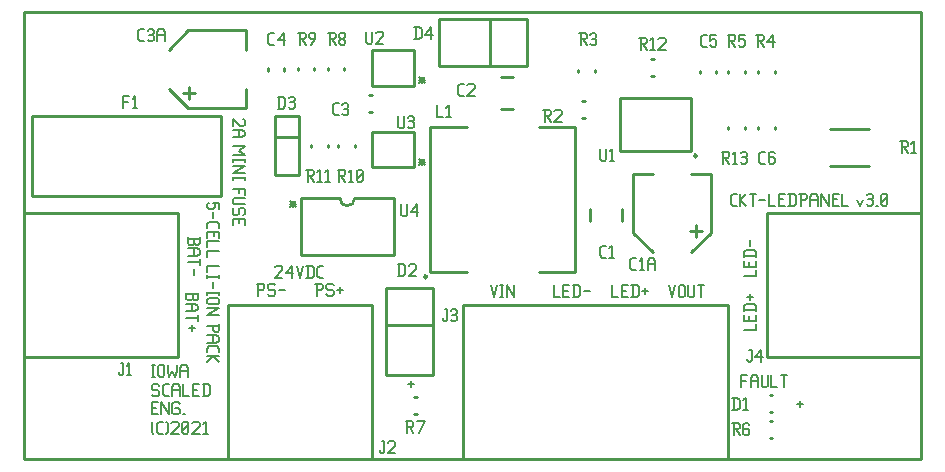
<source format=gbr>
G04 start of page 8 for group -4079 idx -4079 *
G04 Title: (unknown), topsilk *
G04 Creator: pcb 4.0.2 *
G04 CreationDate: Thu Jun 24 15:44:02 2021 UTC *
G04 For: ndholmes *
G04 Format: Gerber/RS-274X *
G04 PCB-Dimensions (mil): 3000.00 1500.00 *
G04 PCB-Coordinate-Origin: lower left *
%MOIN*%
%FSLAX25Y25*%
%LNTOPSILK*%
%ADD46C,0.0080*%
%ADD45C,0.0100*%
G54D45*X500Y149500D02*Y500D01*
X299500Y149500D02*Y500D01*
X500Y149500D02*X299500D01*
Y500D02*X500D01*
G54D46*X128500Y25500D02*X130500D01*
X129500Y26500D02*Y24500D01*
X43000Y32000D02*X44000D01*
X43500D02*Y28000D01*
X43000D02*X44000D01*
X45200Y31500D02*Y28500D01*
Y31500D02*X45700Y32000D01*
X46700D01*
X47200Y31500D01*
Y28500D01*
X46700Y28000D02*X47200Y28500D01*
X45700Y28000D02*X46700D01*
X45200Y28500D02*X45700Y28000D01*
X48400Y32000D02*Y30000D01*
X48900Y28000D01*
X49900Y30000D01*
X50900Y28000D01*
X51400Y30000D01*
Y32000D02*Y30000D01*
X52600Y31000D02*Y28000D01*
Y31000D02*X53300Y32000D01*
X54400D01*
X55100Y31000D01*
Y28000D01*
X52600Y30000D02*X55100D01*
X45000Y25500D02*X45500Y25000D01*
X43500Y25500D02*X45000D01*
X43000Y25000D02*X43500Y25500D01*
X43000Y25000D02*Y24000D01*
X43500Y23500D01*
X45000D01*
X45500Y23000D01*
Y22000D01*
X45000Y21500D02*X45500Y22000D01*
X43500Y21500D02*X45000D01*
X43000Y22000D02*X43500Y21500D01*
X47400D02*X48700D01*
X46700Y22200D02*X47400Y21500D01*
X46700Y24800D02*Y22200D01*
Y24800D02*X47400Y25500D01*
X48700D01*
X49900Y24500D02*Y21500D01*
Y24500D02*X50600Y25500D01*
X51700D01*
X52400Y24500D01*
Y21500D01*
X49900Y23500D02*X52400D01*
X53600Y25500D02*Y21500D01*
X55600D01*
X56800Y23700D02*X58300D01*
X56800Y21500D02*X58800D01*
X56800Y25500D02*Y21500D01*
Y25500D02*X58800D01*
X60500D02*Y21500D01*
X61800Y25500D02*X62500Y24800D01*
Y22200D01*
X61800Y21500D02*X62500Y22200D01*
X60000Y21500D02*X61800D01*
X60000Y25500D02*X61800D01*
X43000Y17700D02*X44500D01*
X43000Y15500D02*X45000D01*
X43000Y19500D02*Y15500D01*
Y19500D02*X45000D01*
X46200D02*Y15500D01*
Y19500D02*X48700Y15500D01*
Y19500D02*Y15500D01*
X51900Y19500D02*X52400Y19000D01*
X50400Y19500D02*X51900D01*
X49900Y19000D02*X50400Y19500D01*
X49900Y19000D02*Y16000D01*
X50400Y15500D01*
X51900D01*
X52400Y16000D01*
Y17000D02*Y16000D01*
X51900Y17500D02*X52400Y17000D01*
X50900Y17500D02*X51900D01*
X53600Y15500D02*X54100D01*
X43000Y9500D02*X43500Y9000D01*
X43000Y12500D02*X43500Y13000D01*
X43000Y12500D02*Y9500D01*
X45400Y9000D02*X46700D01*
X44700Y9700D02*X45400Y9000D01*
X44700Y12300D02*Y9700D01*
Y12300D02*X45400Y13000D01*
X46700D01*
X47900D02*X48400Y12500D01*
Y9500D01*
X47900Y9000D02*X48400Y9500D01*
X49600Y12500D02*X50100Y13000D01*
X51600D01*
X52100Y12500D01*
Y11500D01*
X49600Y9000D02*X52100Y11500D01*
X49600Y9000D02*X52100D01*
X53300Y9500D02*X53800Y9000D01*
X53300Y12500D02*Y9500D01*
Y12500D02*X53800Y13000D01*
X54800D01*
X55300Y12500D01*
Y9500D01*
X54800Y9000D02*X55300Y9500D01*
X53800Y9000D02*X54800D01*
X53300Y10000D02*X55300Y12000D01*
X56500Y12500D02*X57000Y13000D01*
X58500D01*
X59000Y12500D01*
Y11500D01*
X56500Y9000D02*X59000Y11500D01*
X56500Y9000D02*X59000D01*
X60200Y12200D02*X61000Y13000D01*
Y9000D01*
X60200D02*X61700D01*
X73500Y114000D02*X74000Y113500D01*
Y112000D01*
X73500Y111500D01*
X72500D02*X73500D01*
X70000Y114000D02*X72500Y111500D01*
X70000Y114000D02*Y111500D01*
Y110300D02*X73000D01*
X74000Y109600D01*
Y108500D01*
X73000Y107800D01*
X70000D02*X73000D01*
X72000Y110300D02*Y107800D01*
X70000Y104800D02*X74000D01*
X72000Y103300D01*
X74000Y101800D01*
X70000D02*X74000D01*
Y100600D02*Y99600D01*
X70000Y100100D02*X74000D01*
X70000Y100600D02*Y99600D01*
Y98400D02*X74000D01*
X70000Y95900D01*
X74000D01*
Y94700D02*Y93700D01*
X70000Y94200D02*X74000D01*
X70000Y94700D02*Y93700D01*
Y90700D02*X74000D01*
Y88700D01*
X72200Y90700D02*Y89200D01*
X70500Y87500D02*X74000D01*
X70500D02*X70000Y87000D01*
Y86000D01*
X70500Y85500D01*
X74000D01*
Y82300D02*X73500Y81800D01*
X74000Y83800D02*Y82300D01*
X73500Y84300D02*X74000Y83800D01*
X72500Y84300D02*X73500D01*
X72500D02*X72000Y83800D01*
Y82300D01*
X71500Y81800D01*
X70500D02*X71500D01*
X70000Y82300D02*X70500Y81800D01*
X70000Y83800D02*Y82300D01*
X70500Y84300D02*X70000Y83800D01*
X72200Y80600D02*Y79100D01*
X70000Y80600D02*Y78600D01*
Y80600D02*X74000D01*
Y78600D01*
X132250Y128000D02*X134250Y126000D01*
X132250D02*X134250Y128000D01*
X132250Y127000D02*X134250D01*
X133250Y128000D02*Y126000D01*
X132250Y100500D02*X134250Y98500D01*
X132250D02*X134250Y100500D01*
X132250Y99500D02*X134250D01*
X133250Y100500D02*Y98500D01*
X54500Y56000D02*Y54000D01*
X55000Y53500D01*
X56200D01*
X56700Y54000D02*X56200Y53500D01*
X56700Y55500D02*Y54000D01*
X54500Y55500D02*X58500D01*
Y56000D02*Y54000D01*
X58000Y53500D01*
X57200D02*X58000D01*
X56700Y54000D02*X57200Y53500D01*
X54500Y52300D02*X57500D01*
X58500Y51600D01*
Y50500D01*
X57500Y49800D01*
X54500D02*X57500D01*
X56500Y52300D02*Y49800D01*
X58500Y48600D02*Y46600D01*
X54500Y47600D02*X58500D01*
X56500Y45400D02*Y43400D01*
X55500Y44400D02*X57500D01*
X55000Y74500D02*Y72500D01*
X55500Y72000D01*
X56700D01*
X57200Y72500D02*X56700Y72000D01*
X57200Y74000D02*Y72500D01*
X55000Y74000D02*X59000D01*
Y74500D02*Y72500D01*
X58500Y72000D01*
X57700D02*X58500D01*
X57200Y72500D02*X57700Y72000D01*
X55000Y70800D02*X58000D01*
X59000Y70100D01*
Y69000D01*
X58000Y68300D01*
X55000D02*X58000D01*
X57000Y70800D02*Y68300D01*
X59000Y67100D02*Y65100D01*
X55000Y66100D02*X59000D01*
X57000Y63900D02*Y61900D01*
X98000Y59000D02*Y55000D01*
X97500Y59000D02*X99500D01*
X100000Y58500D01*
Y57500D01*
X99500Y57000D02*X100000Y57500D01*
X98000Y57000D02*X99500D01*
X103200Y59000D02*X103700Y58500D01*
X101700Y59000D02*X103200D01*
X101200Y58500D02*X101700Y59000D01*
X101200Y58500D02*Y57500D01*
X101700Y57000D01*
X103200D01*
X103700Y56500D01*
Y55500D01*
X103200Y55000D02*X103700Y55500D01*
X101700Y55000D02*X103200D01*
X101200Y55500D02*X101700Y55000D01*
X104900Y57000D02*X106900D01*
X105900Y58000D02*Y56000D01*
X78500Y59000D02*Y55000D01*
X78000Y59000D02*X80000D01*
X80500Y58500D01*
Y57500D01*
X80000Y57000D02*X80500Y57500D01*
X78500Y57000D02*X80000D01*
X83700Y59000D02*X84200Y58500D01*
X82200Y59000D02*X83700D01*
X81700Y58500D02*X82200Y59000D01*
X81700Y58500D02*Y57500D01*
X82200Y57000D01*
X83700D01*
X84200Y56500D01*
Y55500D01*
X83700Y55000D02*X84200Y55500D01*
X82200Y55000D02*X83700D01*
X81700Y55500D02*X82200Y55000D01*
X85400Y57000D02*X87400D01*
X89000Y86500D02*X91000Y84500D01*
X89000D02*X91000Y86500D01*
X89000Y85500D02*X91000D01*
X90000Y86500D02*Y84500D01*
X84000Y64500D02*X84500Y65000D01*
X86000D01*
X86500Y64500D01*
Y63500D01*
X84000Y61000D02*X86500Y63500D01*
X84000Y61000D02*X86500D01*
X87700Y62500D02*X89700Y65000D01*
X87700Y62500D02*X90200D01*
X89700Y65000D02*Y61000D01*
X91400Y65000D02*X92400Y61000D01*
X93400Y65000D01*
X95100D02*Y61000D01*
X96400Y65000D02*X97100Y64300D01*
Y61700D01*
X96400Y61000D02*X97100Y61700D01*
X94600Y61000D02*X96400D01*
X94600Y65000D02*X96400D01*
X99000Y61000D02*X100300D01*
X98300Y61700D02*X99000Y61000D01*
X98300Y64300D02*Y61700D01*
Y64300D02*X99000Y65000D01*
X100300D01*
X65500Y86000D02*Y84000D01*
X63500Y86000D02*X65500D01*
X63500D02*X64000Y85500D01*
Y84500D01*
X63500Y84000D01*
X62000D02*X63500D01*
X61500Y84500D02*X62000Y84000D01*
X61500Y85500D02*Y84500D01*
X62000Y86000D02*X61500Y85500D01*
X63500Y82800D02*Y80800D01*
X61500Y78900D02*Y77600D01*
X62200Y79600D02*X61500Y78900D01*
X62200Y79600D02*X64800D01*
X65500Y78900D01*
Y77600D01*
X63700Y76400D02*Y74900D01*
X61500Y76400D02*Y74400D01*
Y76400D02*X65500D01*
Y74400D01*
X61500Y73200D02*X65500D01*
X61500D02*Y71200D01*
Y70000D02*X65500D01*
X61500D02*Y68000D01*
Y65000D02*X65500D01*
X61500D02*Y63000D01*
X65500Y61800D02*Y60800D01*
X61500Y61300D02*X65500D01*
X61500Y61800D02*Y60800D01*
X63500Y59600D02*Y57600D01*
X65500Y56400D02*Y55400D01*
X61500Y55900D02*X65500D01*
X61500Y56400D02*Y55400D01*
X62000Y54200D02*X65000D01*
X65500Y53700D01*
Y52700D01*
X65000Y52200D01*
X62000D02*X65000D01*
X61500Y52700D02*X62000Y52200D01*
X61500Y53700D02*Y52700D01*
X62000Y54200D02*X61500Y53700D01*
Y51000D02*X65500D01*
X61500Y48500D01*
X65500D01*
X61500Y45000D02*X65500D01*
Y45500D02*Y43500D01*
X65000Y43000D01*
X64000D02*X65000D01*
X63500Y43500D02*X64000Y43000D01*
X63500Y45000D02*Y43500D01*
X61500Y41800D02*X64500D01*
X65500Y41100D01*
Y40000D01*
X64500Y39300D01*
X61500D02*X64500D01*
X63500Y41800D02*Y39300D01*
X61500Y37400D02*Y36100D01*
X62200Y38100D02*X61500Y37400D01*
X62200Y38100D02*X64800D01*
X65500Y37400D01*
Y36100D01*
X61500Y34900D02*X65500D01*
X63500D02*X65500Y32900D01*
X63500Y34900D02*X61500Y32900D01*
X156000Y58500D02*X157000Y54500D01*
X158000Y58500D01*
X159200D02*X160200D01*
X159700D02*Y54500D01*
X159200D02*X160200D01*
X161400Y58500D02*Y54500D01*
Y58500D02*X163900Y54500D01*
Y58500D02*Y54500D01*
X215500Y58500D02*X216500Y54500D01*
X217500Y58500D01*
X218700Y58000D02*Y55000D01*
Y58000D02*X219200Y58500D01*
X220200D01*
X220700Y58000D01*
Y55000D01*
X220200Y54500D02*X220700Y55000D01*
X219200Y54500D02*X220200D01*
X218700Y55000D02*X219200Y54500D01*
X221900Y58500D02*Y55000D01*
X222400Y54500D01*
X223400D01*
X223900Y55000D01*
Y58500D02*Y55000D01*
X225100Y58500D02*X227100D01*
X226100D02*Y54500D01*
X177000Y58500D02*Y54500D01*
X179000D01*
X180200Y56700D02*X181700D01*
X180200Y54500D02*X182200D01*
X180200Y58500D02*Y54500D01*
Y58500D02*X182200D01*
X183900D02*Y54500D01*
X185200Y58500D02*X185900Y57800D01*
Y55200D01*
X185200Y54500D02*X185900Y55200D01*
X183400Y54500D02*X185200D01*
X183400Y58500D02*X185200D01*
X187100Y56500D02*X189100D01*
X196500Y58500D02*Y54500D01*
X198500D01*
X199700Y56700D02*X201200D01*
X199700Y54500D02*X201700D01*
X199700Y58500D02*Y54500D01*
Y58500D02*X201700D01*
X203400D02*Y54500D01*
X204700Y58500D02*X205400Y57800D01*
Y55200D01*
X204700Y54500D02*X205400Y55200D01*
X202900Y54500D02*X204700D01*
X202900Y58500D02*X204700D01*
X206600Y56500D02*X208600D01*
X207600Y57500D02*Y55500D01*
X240500Y61500D02*X244500D01*
Y63500D02*Y61500D01*
X242300Y66200D02*Y64700D01*
X244500Y66700D02*Y64700D01*
X240500D02*X244500D01*
X240500Y66700D02*Y64700D01*
Y68400D02*X244500D01*
X240500Y69700D02*X241200Y70400D01*
X243800D01*
X244500Y69700D02*X243800Y70400D01*
X244500Y69700D02*Y67900D01*
X240500Y69700D02*Y67900D01*
X242500Y73600D02*Y71600D01*
X258000Y19000D02*X260000D01*
X259000Y20000D02*Y18000D01*
X239500Y28500D02*Y24500D01*
Y28500D02*X241500D01*
X239500Y26700D02*X241000D01*
X242700Y27500D02*Y24500D01*
Y27500D02*X243400Y28500D01*
X244500D01*
X245200Y27500D01*
Y24500D01*
X242700Y26500D02*X245200D01*
X246400Y28500D02*Y25000D01*
X246900Y24500D01*
X247900D01*
X248400Y25000D01*
Y28500D02*Y25000D01*
X249600Y28500D02*Y24500D01*
X251600D01*
X252800Y28500D02*X254800D01*
X253800D02*Y24500D01*
X236700Y85000D02*X238000D01*
X236000Y85700D02*X236700Y85000D01*
X236000Y88300D02*Y85700D01*
Y88300D02*X236700Y89000D01*
X238000D01*
X239200D02*Y85000D01*
Y87000D02*X241200Y89000D01*
X239200Y87000D02*X241200Y85000D01*
X242400Y89000D02*X244400D01*
X243400D02*Y85000D01*
X245600Y87000D02*X247600D01*
X248800Y89000D02*Y85000D01*
X250800D01*
X252000Y87200D02*X253500D01*
X252000Y85000D02*X254000D01*
X252000Y89000D02*Y85000D01*
Y89000D02*X254000D01*
X255700D02*Y85000D01*
X257000Y89000D02*X257700Y88300D01*
Y85700D01*
X257000Y85000D02*X257700Y85700D01*
X255200Y85000D02*X257000D01*
X255200Y89000D02*X257000D01*
X259400D02*Y85000D01*
X258900Y89000D02*X260900D01*
X261400Y88500D01*
Y87500D01*
X260900Y87000D02*X261400Y87500D01*
X259400Y87000D02*X260900D01*
X262600Y88000D02*Y85000D01*
Y88000D02*X263300Y89000D01*
X264400D01*
X265100Y88000D01*
Y85000D01*
X262600Y87000D02*X265100D01*
X266300Y89000D02*Y85000D01*
Y89000D02*X268800Y85000D01*
Y89000D02*Y85000D01*
X270000Y87200D02*X271500D01*
X270000Y85000D02*X272000D01*
X270000Y89000D02*Y85000D01*
Y89000D02*X272000D01*
X273200D02*Y85000D01*
X275200D01*
X278200Y87000D02*X279200Y85000D01*
X280200Y87000D02*X279200Y85000D01*
X281400Y88500D02*X281900Y89000D01*
X282900D01*
X283400Y88500D01*
X282900Y85000D02*X283400Y85500D01*
X281900Y85000D02*X282900D01*
X281400Y85500D02*X281900Y85000D01*
Y87200D02*X282900D01*
X283400Y88500D02*Y87700D01*
Y86700D02*Y85500D01*
Y86700D02*X282900Y87200D01*
X283400Y87700D02*X282900Y87200D01*
X284600Y85000D02*X285100D01*
X286300Y85500D02*X286800Y85000D01*
X286300Y88500D02*Y85500D01*
Y88500D02*X286800Y89000D01*
X287800D01*
X288300Y88500D01*
Y85500D01*
X287800Y85000D02*X288300Y85500D01*
X286800Y85000D02*X287800D01*
X286300Y86000D02*X288300Y88000D01*
X240500Y43500D02*X244500D01*
Y45500D02*Y43500D01*
X242300Y48200D02*Y46700D01*
X244500Y48700D02*Y46700D01*
X240500D02*X244500D01*
X240500Y48700D02*Y46700D01*
Y50400D02*X244500D01*
X240500Y51700D02*X241200Y52400D01*
X243800D01*
X244500Y51700D02*X243800Y52400D01*
X244500Y51700D02*Y49900D01*
X240500Y51700D02*Y49900D01*
X242500Y55600D02*Y53600D01*
X241500Y54600D02*X243500D01*
G54D45*X248189Y34484D02*X299370D01*
X248189Y82516D02*Y34484D01*
Y82516D02*X299370D01*
Y34484D01*
X245245Y111393D02*Y110607D01*
X250755Y111393D02*Y110607D01*
X269000Y110600D02*X282000D01*
X269000Y98400D02*X282000D01*
X245245Y129893D02*Y129107D01*
X250755Y129893D02*Y129107D01*
X249107Y7745D02*X249893D01*
X249107Y13255D02*X249893D01*
X249107Y21755D02*X249893D01*
X249107Y16245D02*X249893D01*
X630Y82516D02*X51811D01*
Y34484D01*
X630D02*X51811D01*
X630Y82516D02*Y34484D01*
X3000Y114750D02*X66000D01*
Y88250D01*
X3000D02*X66000D01*
X3000Y114750D02*Y88250D01*
X116500Y97750D02*X130400D01*
Y109550D02*Y97750D01*
X116500Y109550D02*X130400D01*
X116500D02*Y97750D01*
X84000Y114800D02*Y95100D01*
X92000Y114800D02*Y95100D01*
X84000Y114800D02*X92000D01*
X84000Y95100D02*X92000D01*
X84000Y108000D02*X92000D01*
X115607Y121755D02*X116393D01*
X115607Y116245D02*X116393D01*
X92750Y87500D02*Y68500D01*
X123750D01*
Y87500D02*Y68500D01*
X92750Y87500D02*X105750D01*
X110750D02*X123750D01*
X105750D02*G75*G03X110750Y87500I2500J0D01*G01*
X105245Y105393D02*Y104607D01*
X110755Y105393D02*Y104607D01*
X116500Y125000D02*X130400D01*
Y136800D02*Y125000D01*
X116500Y136800D02*X130400D01*
X116500D02*Y125000D01*
X74649Y124004D02*Y117508D01*
Y143492D02*Y136996D01*
X55161Y143492D02*X74649D01*
X55161Y117508D02*X74649D01*
X55161Y143492D02*X48665Y136996D01*
X55161Y117508D02*X48665Y124004D01*
X55657Y124500D02*Y120500D01*
X53657Y122500D02*X57657D01*
X130607Y21255D02*X131393D01*
X130607Y15745D02*X131393D01*
X146906Y51811D02*Y630D01*
Y51811D02*X235094D01*
Y630D01*
X146906D02*X235094D01*
X121126Y57567D02*Y28433D01*
Y57567D02*X136874D01*
Y28433D01*
X121126D02*X136874D01*
X121126Y45400D02*X136874D01*
X68484Y51811D02*Y630D01*
Y51811D02*X116516D01*
Y630D01*
X68484D02*X116516D01*
X190755Y130393D02*Y129607D01*
X185245Y130393D02*Y129607D01*
X209607Y128245D02*X210393D01*
X209607Y133755D02*X210393D01*
X138933Y147374D02*X168067D01*
Y131626D01*
X138933D01*
Y147374D01*
X155900Y131626D02*Y147374D01*
X159532Y127814D02*X163468D01*
X159532Y117186D02*X163468D01*
X231255Y129893D02*Y129107D01*
X225745Y129893D02*Y129107D01*
X235245Y129893D02*Y129107D01*
X240755Y129893D02*Y129107D01*
X101755Y105393D02*Y104607D01*
X96245Y105393D02*Y104607D01*
X91745Y130893D02*Y130107D01*
X97255Y130893D02*Y130107D01*
X107255Y130936D02*Y130150D01*
X101745Y130936D02*Y130150D01*
X87255Y130850D02*Y130064D01*
X81745Y130850D02*Y130064D01*
X189186Y83968D02*Y80032D01*
X199814Y83968D02*Y80032D01*
X222996Y95492D02*X229492D01*
X203508D02*X210004D01*
X203508D02*Y76004D01*
X229492Y95492D02*Y76004D01*
X203508D02*X210004Y69508D01*
X229492Y76004D02*X222996Y69508D01*
X222500Y76500D02*X226500D01*
X224500Y78500D02*Y74500D01*
X135787Y111256D02*Y62830D01*
Y111256D02*X148000D01*
X172000D02*X184213D01*
Y62830D01*
X172000D02*X184213D01*
X135787D02*X148000D01*
X134287Y60830D02*G75*G03X134287Y60830I0J500D01*G01*
X199189Y103142D02*X222811D01*
X199189Y120858D02*Y103142D01*
Y120858D02*X222811D01*
Y103142D01*
X224811Y101642D02*G75*G03X224811Y101642I-500J0D01*G01*
X240755Y111393D02*Y110607D01*
X235245Y111393D02*Y110607D01*
X186607Y119755D02*X187393D01*
X186607Y114245D02*X187393D01*
G54D46*X242200Y37000D02*X243000D01*
Y33500D01*
X242500Y33000D02*X243000Y33500D01*
X242000Y33000D02*X242500D01*
X241500Y33500D02*X242000Y33000D01*
X241500Y34000D02*Y33500D01*
X244200Y34500D02*X246200Y37000D01*
X244200Y34500D02*X246700D01*
X246200Y37000D02*Y33000D01*
X246200Y99000D02*X247500D01*
X245500Y99700D02*X246200Y99000D01*
X245500Y102300D02*Y99700D01*
Y102300D02*X246200Y103000D01*
X247500D01*
X250200D02*X250700Y102500D01*
X249200Y103000D02*X250200D01*
X248700Y102500D02*X249200Y103000D01*
X248700Y102500D02*Y99500D01*
X249200Y99000D01*
X250200Y101200D02*X250700Y100700D01*
X248700Y101200D02*X250200D01*
X249200Y99000D02*X250200D01*
X250700Y99500D01*
Y100700D02*Y99500D01*
X236500Y12500D02*X238500D01*
X239000Y12000D01*
Y11000D01*
X238500Y10500D02*X239000Y11000D01*
X237000Y10500D02*X238500D01*
X237000Y12500D02*Y8500D01*
X237800Y10500D02*X239000Y8500D01*
X241700Y12500D02*X242200Y12000D01*
X240700Y12500D02*X241700D01*
X240200Y12000D02*X240700Y12500D01*
X240200Y12000D02*Y9000D01*
X240700Y8500D01*
X241700Y10700D02*X242200Y10200D01*
X240200Y10700D02*X241700D01*
X240700Y8500D02*X241700D01*
X242200Y9000D01*
Y10200D02*Y9000D01*
X237000Y21000D02*Y17000D01*
X238300Y21000D02*X239000Y20300D01*
Y17700D01*
X238300Y17000D02*X239000Y17700D01*
X236500Y17000D02*X238300D01*
X236500Y21000D02*X238300D01*
X240200Y20200D02*X241000Y21000D01*
Y17000D01*
X240200D02*X241700D01*
X185500Y142500D02*X187500D01*
X188000Y142000D01*
Y141000D01*
X187500Y140500D02*X188000Y141000D01*
X186000Y140500D02*X187500D01*
X186000Y142500D02*Y138500D01*
X186800Y140500D02*X188000Y138500D01*
X189200Y142000D02*X189700Y142500D01*
X190700D01*
X191200Y142000D01*
X190700Y138500D02*X191200Y139000D01*
X189700Y138500D02*X190700D01*
X189200Y139000D02*X189700Y138500D01*
Y140700D02*X190700D01*
X191200Y142000D02*Y141200D01*
Y140200D02*Y139000D01*
Y140200D02*X190700Y140700D01*
X191200Y141200D02*X190700Y140700D01*
X205500Y141000D02*X207500D01*
X208000Y140500D01*
Y139500D01*
X207500Y139000D02*X208000Y139500D01*
X206000Y139000D02*X207500D01*
X206000Y141000D02*Y137000D01*
X206800Y139000D02*X208000Y137000D01*
X209200Y140200D02*X210000Y141000D01*
Y137000D01*
X209200D02*X210700D01*
X211900Y140500D02*X212400Y141000D01*
X213900D01*
X214400Y140500D01*
Y139500D01*
X211900Y137000D02*X214400Y139500D01*
X211900Y137000D02*X214400D01*
X226700Y138000D02*X228000D01*
X226000Y138700D02*X226700Y138000D01*
X226000Y141300D02*Y138700D01*
Y141300D02*X226700Y142000D01*
X228000D01*
X229200D02*X231200D01*
X229200D02*Y140000D01*
X229700Y140500D01*
X230700D01*
X231200Y140000D01*
Y138500D01*
X230700Y138000D02*X231200Y138500D01*
X229700Y138000D02*X230700D01*
X229200Y138500D02*X229700Y138000D01*
X235000Y142000D02*X237000D01*
X237500Y141500D01*
Y140500D01*
X237000Y140000D02*X237500Y140500D01*
X235500Y140000D02*X237000D01*
X235500Y142000D02*Y138000D01*
X236300Y140000D02*X237500Y138000D01*
X238700Y142000D02*X240700D01*
X238700D02*Y140000D01*
X239200Y140500D01*
X240200D01*
X240700Y140000D01*
Y138500D01*
X240200Y138000D02*X240700Y138500D01*
X239200Y138000D02*X240200D01*
X238700Y138500D02*X239200Y138000D01*
X244500Y142000D02*X246500D01*
X247000Y141500D01*
Y140500D01*
X246500Y140000D02*X247000Y140500D01*
X245000Y140000D02*X246500D01*
X245000Y142000D02*Y138000D01*
X245800Y140000D02*X247000Y138000D01*
X248200Y139500D02*X250200Y142000D01*
X248200Y139500D02*X250700D01*
X250200Y142000D02*Y138000D01*
X193145Y67745D02*X194445D01*
X192445Y68445D02*X193145Y67745D01*
X192445Y71045D02*Y68445D01*
Y71045D02*X193145Y71745D01*
X194445D01*
X195645Y70945D02*X196445Y71745D01*
Y67745D01*
X195645D02*X197145D01*
X203200Y63500D02*X204500D01*
X202500Y64200D02*X203200Y63500D01*
X202500Y66800D02*Y64200D01*
Y66800D02*X203200Y67500D01*
X204500D01*
X205700Y66700D02*X206500Y67500D01*
Y63500D01*
X205700D02*X207200D01*
X208400Y66500D02*Y63500D01*
Y66500D02*X209100Y67500D01*
X210200D01*
X210900Y66500D01*
Y63500D01*
X208400Y65500D02*X210900D01*
X192500Y104000D02*Y100500D01*
X193000Y100000D01*
X194000D01*
X194500Y100500D01*
Y104000D02*Y100500D01*
X195700Y103200D02*X196500Y104000D01*
Y100000D01*
X195700D02*X197200D01*
X233000Y103000D02*X235000D01*
X235500Y102500D01*
Y101500D01*
X235000Y101000D02*X235500Y101500D01*
X233500Y101000D02*X235000D01*
X233500Y103000D02*Y99000D01*
X234300Y101000D02*X235500Y99000D01*
X236700Y102200D02*X237500Y103000D01*
Y99000D01*
X236700D02*X238200D01*
X239400Y102500D02*X239900Y103000D01*
X240900D01*
X241400Y102500D01*
X240900Y99000D02*X241400Y99500D01*
X239900Y99000D02*X240900D01*
X239400Y99500D02*X239900Y99000D01*
Y101200D02*X240900D01*
X241400Y102500D02*Y101700D01*
Y100700D02*Y99500D01*
Y100700D02*X240900Y101200D01*
X241400Y101700D02*X240900Y101200D01*
X173500Y117000D02*X175500D01*
X176000Y116500D01*
Y115500D01*
X175500Y115000D02*X176000Y115500D01*
X174000Y115000D02*X175500D01*
X174000Y117000D02*Y113000D01*
X174800Y115000D02*X176000Y113000D01*
X177200Y116500D02*X177700Y117000D01*
X179200D01*
X179700Y116500D01*
Y115500D01*
X177200Y113000D02*X179700Y115500D01*
X177200Y113000D02*X179700D01*
X292500Y106500D02*X294500D01*
X295000Y106000D01*
Y105000D01*
X294500Y104500D02*X295000Y105000D01*
X293000Y104500D02*X294500D01*
X293000Y106500D02*Y102500D01*
X293800Y104500D02*X295000Y102500D01*
X296200Y105700D02*X297000Y106500D01*
Y102500D01*
X296200D02*X297700D01*
X119700Y6500D02*X120500D01*
Y3000D01*
X120000Y2500D02*X120500Y3000D01*
X119500Y2500D02*X120000D01*
X119000Y3000D02*X119500Y2500D01*
X119000Y3500D02*Y3000D01*
X121700Y6000D02*X122200Y6500D01*
X123700D01*
X124200Y6000D01*
Y5000D01*
X121700Y2500D02*X124200Y5000D01*
X121700Y2500D02*X124200D01*
X32700Y32500D02*X33500D01*
Y29000D01*
X33000Y28500D02*X33500Y29000D01*
X32500Y28500D02*X33000D01*
X32000Y29000D02*X32500Y28500D01*
X32000Y29500D02*Y29000D01*
X34700Y31700D02*X35500Y32500D01*
Y28500D01*
X34700D02*X36200D01*
X33500Y121500D02*Y117500D01*
Y121500D02*X35500D01*
X33500Y119700D02*X35000D01*
X36700Y120700D02*X37500Y121500D01*
Y117500D01*
X36700D02*X38200D01*
X85600Y121400D02*Y117400D01*
X86900Y121400D02*X87600Y120700D01*
Y118100D01*
X86900Y117400D02*X87600Y118100D01*
X85100Y117400D02*X86900D01*
X85100Y121400D02*X86900D01*
X88800Y120900D02*X89300Y121400D01*
X90300D01*
X90800Y120900D01*
X90300Y117400D02*X90800Y117900D01*
X89300Y117400D02*X90300D01*
X88800Y117900D02*X89300Y117400D01*
Y119600D02*X90300D01*
X90800Y120900D02*Y120100D01*
Y119100D02*Y117900D01*
Y119100D02*X90300Y119600D01*
X90800Y120100D02*X90300Y119600D01*
X127807Y13107D02*X129807D01*
X130307Y12607D01*
Y11607D01*
X129807Y11107D02*X130307Y11607D01*
X128307Y11107D02*X129807D01*
X128307Y13107D02*Y9107D01*
X129107Y11107D02*X130307Y9107D01*
X132007D02*X134007Y13107D01*
X131507D02*X134007D01*
X140700Y50500D02*X141500D01*
Y47000D01*
X141000Y46500D02*X141500Y47000D01*
X140500Y46500D02*X141000D01*
X140000Y47000D02*X140500Y46500D01*
X140000Y47500D02*Y47000D01*
X142700Y50000D02*X143200Y50500D01*
X144200D01*
X144700Y50000D01*
X144200Y46500D02*X144700Y47000D01*
X143200Y46500D02*X144200D01*
X142700Y47000D02*X143200Y46500D01*
Y48700D02*X144200D01*
X144700Y50000D02*Y49200D01*
Y48200D02*Y47000D01*
Y48200D02*X144200Y48700D01*
X144700Y49200D02*X144200Y48700D01*
X125500Y65500D02*Y61500D01*
X126800Y65500D02*X127500Y64800D01*
Y62200D01*
X126800Y61500D02*X127500Y62200D01*
X125000Y61500D02*X126800D01*
X125000Y65500D02*X126800D01*
X128700Y65000D02*X129200Y65500D01*
X130700D01*
X131200Y65000D01*
Y64000D01*
X128700Y61500D02*X131200Y64000D01*
X128700Y61500D02*X131200D01*
X125250Y114905D02*Y111405D01*
X125750Y110905D01*
X126750D01*
X127250Y111405D01*
Y114905D02*Y111405D01*
X128450Y114405D02*X128950Y114905D01*
X129950D01*
X130450Y114405D01*
X129950Y110905D02*X130450Y111405D01*
X128950Y110905D02*X129950D01*
X128450Y111405D02*X128950Y110905D01*
Y113105D02*X129950D01*
X130450Y114405D02*Y113605D01*
Y112605D02*Y111405D01*
Y112605D02*X129950Y113105D01*
X130450Y113605D02*X129950Y113105D01*
X126250Y85500D02*Y82000D01*
X126750Y81500D01*
X127750D01*
X128250Y82000D01*
Y85500D02*Y82000D01*
X129450Y83000D02*X131450Y85500D01*
X129450Y83000D02*X131950D01*
X131450Y85500D02*Y81500D01*
X138043Y118500D02*Y114500D01*
X140043D01*
X141243Y117700D02*X142043Y118500D01*
Y114500D01*
X141243D02*X142743D01*
X104050Y115150D02*X105350D01*
X103350Y115850D02*X104050Y115150D01*
X103350Y118450D02*Y115850D01*
Y118450D02*X104050Y119150D01*
X105350D01*
X106550Y118650D02*X107050Y119150D01*
X108050D01*
X108550Y118650D01*
X108050Y115150D02*X108550Y115650D01*
X107050Y115150D02*X108050D01*
X106550Y115650D02*X107050Y115150D01*
Y117350D02*X108050D01*
X108550Y118650D02*Y117850D01*
Y116850D02*Y115650D01*
Y116850D02*X108050Y117350D01*
X108550Y117850D02*X108050Y117350D01*
X105000Y97000D02*X107000D01*
X107500Y96500D01*
Y95500D01*
X107000Y95000D02*X107500Y95500D01*
X105500Y95000D02*X107000D01*
X105500Y97000D02*Y93000D01*
X106300Y95000D02*X107500Y93000D01*
X108700Y96200D02*X109500Y97000D01*
Y93000D01*
X108700D02*X110200D01*
X111400Y93500D02*X111900Y93000D01*
X111400Y96500D02*Y93500D01*
Y96500D02*X111900Y97000D01*
X112900D01*
X113400Y96500D01*
Y93500D01*
X112900Y93000D02*X113400Y93500D01*
X111900Y93000D02*X112900D01*
X111400Y94000D02*X113400Y96000D01*
X94500Y97000D02*X96500D01*
X97000Y96500D01*
Y95500D01*
X96500Y95000D02*X97000Y95500D01*
X95000Y95000D02*X96500D01*
X95000Y97000D02*Y93000D01*
X95800Y95000D02*X97000Y93000D01*
X98200Y96200D02*X99000Y97000D01*
Y93000D01*
X98200D02*X99700D01*
X100900Y96200D02*X101700Y97000D01*
Y93000D01*
X100900D02*X102400D01*
X114500Y143000D02*Y139500D01*
X115000Y139000D01*
X116000D01*
X116500Y139500D01*
Y143000D02*Y139500D01*
X117700Y142500D02*X118200Y143000D01*
X119700D01*
X120200Y142500D01*
Y141500D01*
X117700Y139000D02*X120200Y141500D01*
X117700Y139000D02*X120200D01*
X39200Y139843D02*X40500D01*
X38500Y140543D02*X39200Y139843D01*
X38500Y143143D02*Y140543D01*
Y143143D02*X39200Y143843D01*
X40500D01*
X41700Y143343D02*X42200Y143843D01*
X43200D01*
X43700Y143343D01*
X43200Y139843D02*X43700Y140343D01*
X42200Y139843D02*X43200D01*
X41700Y140343D02*X42200Y139843D01*
Y142043D02*X43200D01*
X43700Y143343D02*Y142543D01*
Y141543D02*Y140343D01*
Y141543D02*X43200Y142043D01*
X43700Y142543D02*X43200Y142043D01*
X44900Y142843D02*Y139843D01*
Y142843D02*X45600Y143843D01*
X46700D01*
X47400Y142843D01*
Y139843D01*
X44900Y141843D02*X47400D01*
X91902Y142650D02*X93902D01*
X94402Y142150D01*
Y141150D01*
X93902Y140650D02*X94402Y141150D01*
X92402Y140650D02*X93902D01*
X92402Y142650D02*Y138650D01*
X93202Y140650D02*X94402Y138650D01*
X96102D02*X97602Y140650D01*
Y142150D02*Y140650D01*
X97102Y142650D02*X97602Y142150D01*
X96102Y142650D02*X97102D01*
X95602Y142150D02*X96102Y142650D01*
X95602Y142150D02*Y141150D01*
X96102Y140650D01*
X97602D01*
X82550Y138607D02*X83850D01*
X81850Y139307D02*X82550Y138607D01*
X81850Y141907D02*Y139307D01*
Y141907D02*X82550Y142607D01*
X83850D01*
X85050Y140107D02*X87050Y142607D01*
X85050Y140107D02*X87550D01*
X87050Y142607D02*Y138607D01*
X101893Y142607D02*X103893D01*
X104393Y142107D01*
Y141107D01*
X103893Y140607D02*X104393Y141107D01*
X102393Y140607D02*X103893D01*
X102393Y142607D02*Y138607D01*
X103193Y140607D02*X104393Y138607D01*
X105593Y139107D02*X106093Y138607D01*
X105593Y139907D02*Y139107D01*
Y139907D02*X106293Y140607D01*
X106893D01*
X107593Y139907D01*
Y139107D01*
X107093Y138607D02*X107593Y139107D01*
X106093Y138607D02*X107093D01*
X105593Y141307D02*X106293Y140607D01*
X105593Y142107D02*Y141307D01*
Y142107D02*X106093Y142607D01*
X107093D01*
X107593Y142107D01*
Y141307D01*
X106893Y140607D02*X107593Y141307D01*
X131000Y144500D02*Y140500D01*
X132300Y144500D02*X133000Y143800D01*
Y141200D01*
X132300Y140500D02*X133000Y141200D01*
X130500Y140500D02*X132300D01*
X130500Y144500D02*X132300D01*
X134200Y142000D02*X136200Y144500D01*
X134200Y142000D02*X136700D01*
X136200Y144500D02*Y140500D01*
X145740Y121650D02*X147040D01*
X145040Y122350D02*X145740Y121650D01*
X145040Y124950D02*Y122350D01*
Y124950D02*X145740Y125650D01*
X147040D01*
X148240Y125150D02*X148740Y125650D01*
X150240D01*
X150740Y125150D01*
Y124150D01*
X148240Y121650D02*X150740Y124150D01*
X148240Y121650D02*X150740D01*
M02*

</source>
